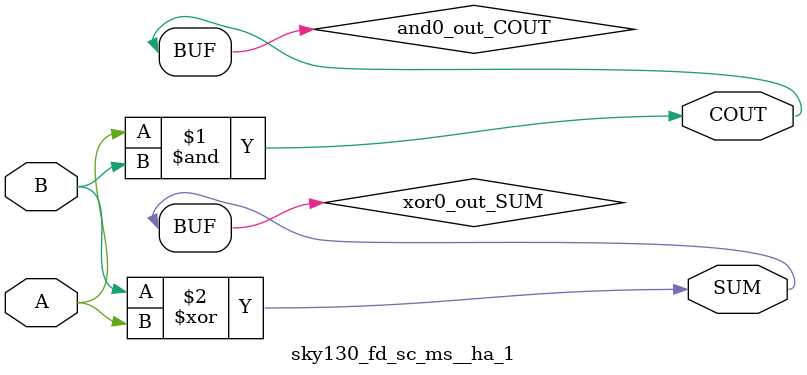
<source format=v>
/*
 * Copyright 2020 The SkyWater PDK Authors
 *
 * Licensed under the Apache License, Version 2.0 (the "License");
 * you may not use this file except in compliance with the License.
 * You may obtain a copy of the License at
 *
 *     https://www.apache.org/licenses/LICENSE-2.0
 *
 * Unless required by applicable law or agreed to in writing, software
 * distributed under the License is distributed on an "AS IS" BASIS,
 * WITHOUT WARRANTIES OR CONDITIONS OF ANY KIND, either express or implied.
 * See the License for the specific language governing permissions and
 * limitations under the License.
 *
 * SPDX-License-Identifier: Apache-2.0
*/


`ifndef SKY130_FD_SC_MS__HA_1_FUNCTIONAL_V
`define SKY130_FD_SC_MS__HA_1_FUNCTIONAL_V

/**
 * ha: Half adder.
 *
 * Verilog simulation functional model.
 */

`timescale 1ns / 1ps
`default_nettype none

`celldefine
module sky130_fd_sc_ms__ha_1 (
    COUT,
    SUM ,
    A   ,
    B
);

    // Module ports
    output COUT;
    output SUM ;
    input  A   ;
    input  B   ;

    // Local signals
    wire and0_out_COUT;
    wire xor0_out_SUM ;

    //  Name  Output         Other arguments
    and and0 (and0_out_COUT, A, B           );
    buf buf0 (COUT         , and0_out_COUT  );
    xor xor0 (xor0_out_SUM , B, A           );
    buf buf1 (SUM          , xor0_out_SUM   );

endmodule
`endcelldefine

`default_nettype wire
`endif  // SKY130_FD_SC_MS__HA_1_FUNCTIONAL_V

</source>
